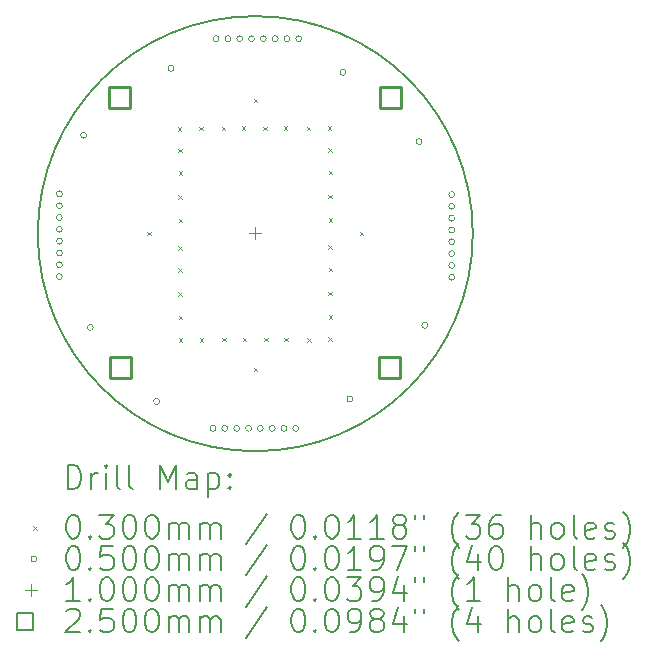
<source format=gbr>
%TF.GenerationSoftware,KiCad,Pcbnew,9.0.2*%
%TF.CreationDate,2025-06-20T10:53:39-04:00*%
%TF.ProjectId,GlassIDC_Mounted_10x15mm,476c6173-7349-4444-935f-4d6f756e7465,rev?*%
%TF.SameCoordinates,Original*%
%TF.FileFunction,Drillmap*%
%TF.FilePolarity,Positive*%
%FSLAX45Y45*%
G04 Gerber Fmt 4.5, Leading zero omitted, Abs format (unit mm)*
G04 Created by KiCad (PCBNEW 9.0.2) date 2025-06-20 10:53:39*
%MOMM*%
%LPD*%
G01*
G04 APERTURE LIST*
%ADD10C,0.177800*%
%ADD11C,0.200000*%
%ADD12C,0.100000*%
%ADD13C,0.250000*%
G04 APERTURE END LIST*
D10*
X16691610Y-10500360D02*
G75*
G02*
X13008610Y-10500360I-1841500J0D01*
G01*
X13008610Y-10500360D02*
G75*
G02*
X16691610Y-10500360I1841500J0D01*
G01*
D11*
D12*
X13935000Y-10485000D02*
X13965000Y-10515000D01*
X13965000Y-10485000D02*
X13935000Y-10515000D01*
X14194144Y-9597842D02*
X14224144Y-9627842D01*
X14224144Y-9597842D02*
X14194144Y-9627842D01*
X14195950Y-9782693D02*
X14225950Y-9812693D01*
X14225950Y-9782693D02*
X14195950Y-9812693D01*
X14196487Y-10793513D02*
X14226487Y-10823513D01*
X14226487Y-10793513D02*
X14196487Y-10823513D01*
X14196517Y-10604638D02*
X14226517Y-10634638D01*
X14226517Y-10604638D02*
X14196517Y-10634638D01*
X14199308Y-10173379D02*
X14229308Y-10203379D01*
X14229308Y-10173379D02*
X14199308Y-10203379D01*
X14199876Y-10995324D02*
X14229876Y-11025324D01*
X14229876Y-10995324D02*
X14199876Y-11025324D01*
X14200344Y-11386943D02*
X14230344Y-11416943D01*
X14230344Y-11386943D02*
X14200344Y-11416943D01*
X14201832Y-10373955D02*
X14231832Y-10403955D01*
X14231832Y-10373955D02*
X14201832Y-10403955D01*
X14202389Y-9972241D02*
X14232389Y-10002241D01*
X14232389Y-9972241D02*
X14202389Y-10002241D01*
X14202400Y-11195900D02*
X14232400Y-11225900D01*
X14232400Y-11195900D02*
X14202400Y-11225900D01*
X14373490Y-9594745D02*
X14403490Y-9624745D01*
X14403490Y-9594745D02*
X14373490Y-9624745D01*
X14380558Y-11386068D02*
X14410558Y-11416068D01*
X14410558Y-11386068D02*
X14380558Y-11416068D01*
X14565072Y-9593479D02*
X14595072Y-9623479D01*
X14595072Y-9593479D02*
X14565072Y-9623479D01*
X14571272Y-11382581D02*
X14601272Y-11412581D01*
X14601272Y-11382581D02*
X14571272Y-11412581D01*
X14736126Y-9592513D02*
X14766126Y-9622513D01*
X14766126Y-9592513D02*
X14736126Y-9622513D01*
X14742326Y-11381614D02*
X14772326Y-11411614D01*
X14772326Y-11381614D02*
X14742326Y-11411614D01*
X14835000Y-11635000D02*
X14865000Y-11665000D01*
X14865000Y-11635000D02*
X14835000Y-11665000D01*
X14836756Y-9356907D02*
X14866756Y-9386907D01*
X14866756Y-9356907D02*
X14836756Y-9386907D01*
X14918151Y-9593290D02*
X14948151Y-9623290D01*
X14948151Y-9593290D02*
X14918151Y-9623290D01*
X14924351Y-11382392D02*
X14954351Y-11412392D01*
X14954351Y-11382392D02*
X14924351Y-11412392D01*
X15089205Y-9592290D02*
X15119205Y-9622290D01*
X15119205Y-9592290D02*
X15089205Y-9622290D01*
X15095405Y-11381392D02*
X15125405Y-11411392D01*
X15125405Y-11381392D02*
X15095405Y-11411392D01*
X15284676Y-9594479D02*
X15314676Y-9624479D01*
X15314676Y-9594479D02*
X15284676Y-9624479D01*
X15290876Y-11383581D02*
X15320876Y-11413581D01*
X15320876Y-11383581D02*
X15290876Y-11413581D01*
X15463594Y-9590547D02*
X15493594Y-9620547D01*
X15493594Y-9590547D02*
X15463594Y-9620547D01*
X15465345Y-9778784D02*
X15495345Y-9808784D01*
X15495345Y-9778784D02*
X15465345Y-9808784D01*
X15465913Y-10600729D02*
X15495913Y-10630729D01*
X15495913Y-10600729D02*
X15465913Y-10630729D01*
X15468703Y-10169469D02*
X15498703Y-10199469D01*
X15498703Y-10169469D02*
X15468703Y-10199469D01*
X15469271Y-10991415D02*
X15499271Y-11021415D01*
X15499271Y-10991415D02*
X15469271Y-11021415D01*
X15469794Y-11379648D02*
X15499794Y-11409648D01*
X15499794Y-11379648D02*
X15469794Y-11409648D01*
X15471227Y-10370045D02*
X15501227Y-10400045D01*
X15501227Y-10370045D02*
X15471227Y-10400045D01*
X15471784Y-9968332D02*
X15501784Y-9998332D01*
X15501784Y-9968332D02*
X15471784Y-9998332D01*
X15471795Y-11191991D02*
X15501795Y-11221991D01*
X15501795Y-11191991D02*
X15471795Y-11221991D01*
X15472352Y-10790277D02*
X15502352Y-10820277D01*
X15502352Y-10790277D02*
X15472352Y-10820277D01*
X15735000Y-10485000D02*
X15765000Y-10515000D01*
X15765000Y-10485000D02*
X15735000Y-10515000D01*
X13216305Y-10363700D02*
G75*
G02*
X13166305Y-10363700I-25000J0D01*
G01*
X13166305Y-10363700D02*
G75*
G02*
X13216305Y-10363700I25000J0D01*
G01*
X13216305Y-10463700D02*
G75*
G02*
X13166305Y-10463700I-25000J0D01*
G01*
X13166305Y-10463700D02*
G75*
G02*
X13216305Y-10463700I25000J0D01*
G01*
X13216305Y-10563700D02*
G75*
G02*
X13166305Y-10563700I-25000J0D01*
G01*
X13166305Y-10563700D02*
G75*
G02*
X13216305Y-10563700I25000J0D01*
G01*
X13216305Y-10663700D02*
G75*
G02*
X13166305Y-10663700I-25000J0D01*
G01*
X13166305Y-10663700D02*
G75*
G02*
X13216305Y-10663700I25000J0D01*
G01*
X13216305Y-10763700D02*
G75*
G02*
X13166305Y-10763700I-25000J0D01*
G01*
X13166305Y-10763700D02*
G75*
G02*
X13216305Y-10763700I25000J0D01*
G01*
X13216305Y-10863700D02*
G75*
G02*
X13166305Y-10863700I-25000J0D01*
G01*
X13166305Y-10863700D02*
G75*
G02*
X13216305Y-10863700I25000J0D01*
G01*
X13216495Y-10163200D02*
G75*
G02*
X13166495Y-10163200I-25000J0D01*
G01*
X13166495Y-10163200D02*
G75*
G02*
X13216495Y-10163200I25000J0D01*
G01*
X13216495Y-10263700D02*
G75*
G02*
X13166495Y-10263700I-25000J0D01*
G01*
X13166495Y-10263700D02*
G75*
G02*
X13216495Y-10263700I25000J0D01*
G01*
X13421089Y-9667910D02*
G75*
G02*
X13371089Y-9667910I-25000J0D01*
G01*
X13371089Y-9667910D02*
G75*
G02*
X13421089Y-9667910I25000J0D01*
G01*
X13478866Y-11294544D02*
G75*
G02*
X13428866Y-11294544I-25000J0D01*
G01*
X13428866Y-11294544D02*
G75*
G02*
X13478866Y-11294544I25000J0D01*
G01*
X14038855Y-11921198D02*
G75*
G02*
X13988855Y-11921198I-25000J0D01*
G01*
X13988855Y-11921198D02*
G75*
G02*
X14038855Y-11921198I25000J0D01*
G01*
X14161667Y-9101120D02*
G75*
G02*
X14111667Y-9101120I-25000J0D01*
G01*
X14111667Y-9101120D02*
G75*
G02*
X14161667Y-9101120I25000J0D01*
G01*
X14517190Y-12149150D02*
G75*
G02*
X14467190Y-12149150I-25000J0D01*
G01*
X14467190Y-12149150D02*
G75*
G02*
X14517190Y-12149150I25000J0D01*
G01*
X14543310Y-8849660D02*
G75*
G02*
X14493310Y-8849660I-25000J0D01*
G01*
X14493310Y-8849660D02*
G75*
G02*
X14543310Y-8849660I25000J0D01*
G01*
X14617690Y-12149150D02*
G75*
G02*
X14567690Y-12149150I-25000J0D01*
G01*
X14567690Y-12149150D02*
G75*
G02*
X14617690Y-12149150I25000J0D01*
G01*
X14643310Y-8849660D02*
G75*
G02*
X14593310Y-8849660I-25000J0D01*
G01*
X14593310Y-8849660D02*
G75*
G02*
X14643310Y-8849660I25000J0D01*
G01*
X14717690Y-12149340D02*
G75*
G02*
X14667690Y-12149340I-25000J0D01*
G01*
X14667690Y-12149340D02*
G75*
G02*
X14717690Y-12149340I25000J0D01*
G01*
X14743310Y-8849660D02*
G75*
G02*
X14693310Y-8849660I-25000J0D01*
G01*
X14693310Y-8849660D02*
G75*
G02*
X14743310Y-8849660I25000J0D01*
G01*
X14817690Y-12149340D02*
G75*
G02*
X14767690Y-12149340I-25000J0D01*
G01*
X14767690Y-12149340D02*
G75*
G02*
X14817690Y-12149340I25000J0D01*
G01*
X14843310Y-8849660D02*
G75*
G02*
X14793310Y-8849660I-25000J0D01*
G01*
X14793310Y-8849660D02*
G75*
G02*
X14843310Y-8849660I25000J0D01*
G01*
X14917690Y-12149340D02*
G75*
G02*
X14867690Y-12149340I-25000J0D01*
G01*
X14867690Y-12149340D02*
G75*
G02*
X14917690Y-12149340I25000J0D01*
G01*
X14943310Y-8849660D02*
G75*
G02*
X14893310Y-8849660I-25000J0D01*
G01*
X14893310Y-8849660D02*
G75*
G02*
X14943310Y-8849660I25000J0D01*
G01*
X15017690Y-12149340D02*
G75*
G02*
X14967690Y-12149340I-25000J0D01*
G01*
X14967690Y-12149340D02*
G75*
G02*
X15017690Y-12149340I25000J0D01*
G01*
X15043310Y-8849660D02*
G75*
G02*
X14993310Y-8849660I-25000J0D01*
G01*
X14993310Y-8849660D02*
G75*
G02*
X15043310Y-8849660I25000J0D01*
G01*
X15117690Y-12149340D02*
G75*
G02*
X15067690Y-12149340I-25000J0D01*
G01*
X15067690Y-12149340D02*
G75*
G02*
X15117690Y-12149340I25000J0D01*
G01*
X15143310Y-8849850D02*
G75*
G02*
X15093310Y-8849850I-25000J0D01*
G01*
X15093310Y-8849850D02*
G75*
G02*
X15143310Y-8849850I25000J0D01*
G01*
X15217690Y-12149340D02*
G75*
G02*
X15167690Y-12149340I-25000J0D01*
G01*
X15167690Y-12149340D02*
G75*
G02*
X15217690Y-12149340I25000J0D01*
G01*
X15243310Y-8849850D02*
G75*
G02*
X15193310Y-8849850I-25000J0D01*
G01*
X15193310Y-8849850D02*
G75*
G02*
X15243310Y-8849850I25000J0D01*
G01*
X15617243Y-9134459D02*
G75*
G02*
X15567243Y-9134459I-25000J0D01*
G01*
X15567243Y-9134459D02*
G75*
G02*
X15617243Y-9134459I25000J0D01*
G01*
X15675000Y-11900000D02*
G75*
G02*
X15625000Y-11900000I-25000J0D01*
G01*
X15625000Y-11900000D02*
G75*
G02*
X15675000Y-11900000I25000J0D01*
G01*
X16261675Y-9721114D02*
G75*
G02*
X16211675Y-9721114I-25000J0D01*
G01*
X16211675Y-9721114D02*
G75*
G02*
X16261675Y-9721114I25000J0D01*
G01*
X16310563Y-11276638D02*
G75*
G02*
X16260563Y-11276638I-25000J0D01*
G01*
X16260563Y-11276638D02*
G75*
G02*
X16310563Y-11276638I25000J0D01*
G01*
X16538000Y-10769000D02*
G75*
G02*
X16488000Y-10769000I-25000J0D01*
G01*
X16488000Y-10769000D02*
G75*
G02*
X16538000Y-10769000I25000J0D01*
G01*
X16538000Y-10869500D02*
G75*
G02*
X16488000Y-10869500I-25000J0D01*
G01*
X16488000Y-10869500D02*
G75*
G02*
X16538000Y-10869500I25000J0D01*
G01*
X16538190Y-10169000D02*
G75*
G02*
X16488190Y-10169000I-25000J0D01*
G01*
X16488190Y-10169000D02*
G75*
G02*
X16538190Y-10169000I25000J0D01*
G01*
X16538190Y-10269000D02*
G75*
G02*
X16488190Y-10269000I-25000J0D01*
G01*
X16488190Y-10269000D02*
G75*
G02*
X16538190Y-10269000I25000J0D01*
G01*
X16538190Y-10369000D02*
G75*
G02*
X16488190Y-10369000I-25000J0D01*
G01*
X16488190Y-10369000D02*
G75*
G02*
X16538190Y-10369000I25000J0D01*
G01*
X16538190Y-10469000D02*
G75*
G02*
X16488190Y-10469000I-25000J0D01*
G01*
X16488190Y-10469000D02*
G75*
G02*
X16538190Y-10469000I25000J0D01*
G01*
X16538190Y-10569000D02*
G75*
G02*
X16488190Y-10569000I-25000J0D01*
G01*
X16488190Y-10569000D02*
G75*
G02*
X16538190Y-10569000I25000J0D01*
G01*
X16538190Y-10669000D02*
G75*
G02*
X16488190Y-10669000I-25000J0D01*
G01*
X16488190Y-10669000D02*
G75*
G02*
X16538190Y-10669000I25000J0D01*
G01*
X14846000Y-10445000D02*
X14846000Y-10545000D01*
X14796000Y-10495000D02*
X14896000Y-10495000D01*
D13*
X13789571Y-9434171D02*
X13789571Y-9257393D01*
X13612792Y-9257393D01*
X13612792Y-9434171D01*
X13789571Y-9434171D01*
X13796544Y-11720862D02*
X13796544Y-11544083D01*
X13619765Y-11544083D01*
X13619765Y-11720862D01*
X13796544Y-11720862D01*
X16075153Y-11722680D02*
X16075153Y-11545902D01*
X15898374Y-11545902D01*
X15898374Y-11722680D01*
X16075153Y-11722680D01*
X16079534Y-9434589D02*
X16079534Y-9257811D01*
X15902756Y-9257811D01*
X15902756Y-9434589D01*
X16079534Y-9434589D01*
D11*
X13260497Y-12662234D02*
X13260497Y-12462234D01*
X13260497Y-12462234D02*
X13308116Y-12462234D01*
X13308116Y-12462234D02*
X13336687Y-12471758D01*
X13336687Y-12471758D02*
X13355735Y-12490805D01*
X13355735Y-12490805D02*
X13365259Y-12509853D01*
X13365259Y-12509853D02*
X13374782Y-12547948D01*
X13374782Y-12547948D02*
X13374782Y-12576519D01*
X13374782Y-12576519D02*
X13365259Y-12614615D01*
X13365259Y-12614615D02*
X13355735Y-12633662D01*
X13355735Y-12633662D02*
X13336687Y-12652710D01*
X13336687Y-12652710D02*
X13308116Y-12662234D01*
X13308116Y-12662234D02*
X13260497Y-12662234D01*
X13460497Y-12662234D02*
X13460497Y-12528900D01*
X13460497Y-12566996D02*
X13470021Y-12547948D01*
X13470021Y-12547948D02*
X13479544Y-12538424D01*
X13479544Y-12538424D02*
X13498592Y-12528900D01*
X13498592Y-12528900D02*
X13517640Y-12528900D01*
X13584306Y-12662234D02*
X13584306Y-12528900D01*
X13584306Y-12462234D02*
X13574782Y-12471758D01*
X13574782Y-12471758D02*
X13584306Y-12481281D01*
X13584306Y-12481281D02*
X13593830Y-12471758D01*
X13593830Y-12471758D02*
X13584306Y-12462234D01*
X13584306Y-12462234D02*
X13584306Y-12481281D01*
X13708116Y-12662234D02*
X13689068Y-12652710D01*
X13689068Y-12652710D02*
X13679544Y-12633662D01*
X13679544Y-12633662D02*
X13679544Y-12462234D01*
X13812878Y-12662234D02*
X13793830Y-12652710D01*
X13793830Y-12652710D02*
X13784306Y-12633662D01*
X13784306Y-12633662D02*
X13784306Y-12462234D01*
X14041449Y-12662234D02*
X14041449Y-12462234D01*
X14041449Y-12462234D02*
X14108116Y-12605091D01*
X14108116Y-12605091D02*
X14174782Y-12462234D01*
X14174782Y-12462234D02*
X14174782Y-12662234D01*
X14355735Y-12662234D02*
X14355735Y-12557472D01*
X14355735Y-12557472D02*
X14346211Y-12538424D01*
X14346211Y-12538424D02*
X14327163Y-12528900D01*
X14327163Y-12528900D02*
X14289068Y-12528900D01*
X14289068Y-12528900D02*
X14270021Y-12538424D01*
X14355735Y-12652710D02*
X14336687Y-12662234D01*
X14336687Y-12662234D02*
X14289068Y-12662234D01*
X14289068Y-12662234D02*
X14270021Y-12652710D01*
X14270021Y-12652710D02*
X14260497Y-12633662D01*
X14260497Y-12633662D02*
X14260497Y-12614615D01*
X14260497Y-12614615D02*
X14270021Y-12595567D01*
X14270021Y-12595567D02*
X14289068Y-12586043D01*
X14289068Y-12586043D02*
X14336687Y-12586043D01*
X14336687Y-12586043D02*
X14355735Y-12576519D01*
X14450973Y-12528900D02*
X14450973Y-12728900D01*
X14450973Y-12538424D02*
X14470021Y-12528900D01*
X14470021Y-12528900D02*
X14508116Y-12528900D01*
X14508116Y-12528900D02*
X14527163Y-12538424D01*
X14527163Y-12538424D02*
X14536687Y-12547948D01*
X14536687Y-12547948D02*
X14546211Y-12566996D01*
X14546211Y-12566996D02*
X14546211Y-12624138D01*
X14546211Y-12624138D02*
X14536687Y-12643186D01*
X14536687Y-12643186D02*
X14527163Y-12652710D01*
X14527163Y-12652710D02*
X14508116Y-12662234D01*
X14508116Y-12662234D02*
X14470021Y-12662234D01*
X14470021Y-12662234D02*
X14450973Y-12652710D01*
X14631925Y-12643186D02*
X14641449Y-12652710D01*
X14641449Y-12652710D02*
X14631925Y-12662234D01*
X14631925Y-12662234D02*
X14622402Y-12652710D01*
X14622402Y-12652710D02*
X14631925Y-12643186D01*
X14631925Y-12643186D02*
X14631925Y-12662234D01*
X14631925Y-12538424D02*
X14641449Y-12547948D01*
X14641449Y-12547948D02*
X14631925Y-12557472D01*
X14631925Y-12557472D02*
X14622402Y-12547948D01*
X14622402Y-12547948D02*
X14631925Y-12538424D01*
X14631925Y-12538424D02*
X14631925Y-12557472D01*
D12*
X12969720Y-12975750D02*
X12999720Y-13005750D01*
X12999720Y-12975750D02*
X12969720Y-13005750D01*
D11*
X13298592Y-12882234D02*
X13317640Y-12882234D01*
X13317640Y-12882234D02*
X13336687Y-12891758D01*
X13336687Y-12891758D02*
X13346211Y-12901281D01*
X13346211Y-12901281D02*
X13355735Y-12920329D01*
X13355735Y-12920329D02*
X13365259Y-12958424D01*
X13365259Y-12958424D02*
X13365259Y-13006043D01*
X13365259Y-13006043D02*
X13355735Y-13044138D01*
X13355735Y-13044138D02*
X13346211Y-13063186D01*
X13346211Y-13063186D02*
X13336687Y-13072710D01*
X13336687Y-13072710D02*
X13317640Y-13082234D01*
X13317640Y-13082234D02*
X13298592Y-13082234D01*
X13298592Y-13082234D02*
X13279544Y-13072710D01*
X13279544Y-13072710D02*
X13270021Y-13063186D01*
X13270021Y-13063186D02*
X13260497Y-13044138D01*
X13260497Y-13044138D02*
X13250973Y-13006043D01*
X13250973Y-13006043D02*
X13250973Y-12958424D01*
X13250973Y-12958424D02*
X13260497Y-12920329D01*
X13260497Y-12920329D02*
X13270021Y-12901281D01*
X13270021Y-12901281D02*
X13279544Y-12891758D01*
X13279544Y-12891758D02*
X13298592Y-12882234D01*
X13450973Y-13063186D02*
X13460497Y-13072710D01*
X13460497Y-13072710D02*
X13450973Y-13082234D01*
X13450973Y-13082234D02*
X13441449Y-13072710D01*
X13441449Y-13072710D02*
X13450973Y-13063186D01*
X13450973Y-13063186D02*
X13450973Y-13082234D01*
X13527163Y-12882234D02*
X13650973Y-12882234D01*
X13650973Y-12882234D02*
X13584306Y-12958424D01*
X13584306Y-12958424D02*
X13612878Y-12958424D01*
X13612878Y-12958424D02*
X13631925Y-12967948D01*
X13631925Y-12967948D02*
X13641449Y-12977472D01*
X13641449Y-12977472D02*
X13650973Y-12996519D01*
X13650973Y-12996519D02*
X13650973Y-13044138D01*
X13650973Y-13044138D02*
X13641449Y-13063186D01*
X13641449Y-13063186D02*
X13631925Y-13072710D01*
X13631925Y-13072710D02*
X13612878Y-13082234D01*
X13612878Y-13082234D02*
X13555735Y-13082234D01*
X13555735Y-13082234D02*
X13536687Y-13072710D01*
X13536687Y-13072710D02*
X13527163Y-13063186D01*
X13774782Y-12882234D02*
X13793830Y-12882234D01*
X13793830Y-12882234D02*
X13812878Y-12891758D01*
X13812878Y-12891758D02*
X13822402Y-12901281D01*
X13822402Y-12901281D02*
X13831925Y-12920329D01*
X13831925Y-12920329D02*
X13841449Y-12958424D01*
X13841449Y-12958424D02*
X13841449Y-13006043D01*
X13841449Y-13006043D02*
X13831925Y-13044138D01*
X13831925Y-13044138D02*
X13822402Y-13063186D01*
X13822402Y-13063186D02*
X13812878Y-13072710D01*
X13812878Y-13072710D02*
X13793830Y-13082234D01*
X13793830Y-13082234D02*
X13774782Y-13082234D01*
X13774782Y-13082234D02*
X13755735Y-13072710D01*
X13755735Y-13072710D02*
X13746211Y-13063186D01*
X13746211Y-13063186D02*
X13736687Y-13044138D01*
X13736687Y-13044138D02*
X13727163Y-13006043D01*
X13727163Y-13006043D02*
X13727163Y-12958424D01*
X13727163Y-12958424D02*
X13736687Y-12920329D01*
X13736687Y-12920329D02*
X13746211Y-12901281D01*
X13746211Y-12901281D02*
X13755735Y-12891758D01*
X13755735Y-12891758D02*
X13774782Y-12882234D01*
X13965259Y-12882234D02*
X13984306Y-12882234D01*
X13984306Y-12882234D02*
X14003354Y-12891758D01*
X14003354Y-12891758D02*
X14012878Y-12901281D01*
X14012878Y-12901281D02*
X14022402Y-12920329D01*
X14022402Y-12920329D02*
X14031925Y-12958424D01*
X14031925Y-12958424D02*
X14031925Y-13006043D01*
X14031925Y-13006043D02*
X14022402Y-13044138D01*
X14022402Y-13044138D02*
X14012878Y-13063186D01*
X14012878Y-13063186D02*
X14003354Y-13072710D01*
X14003354Y-13072710D02*
X13984306Y-13082234D01*
X13984306Y-13082234D02*
X13965259Y-13082234D01*
X13965259Y-13082234D02*
X13946211Y-13072710D01*
X13946211Y-13072710D02*
X13936687Y-13063186D01*
X13936687Y-13063186D02*
X13927163Y-13044138D01*
X13927163Y-13044138D02*
X13917640Y-13006043D01*
X13917640Y-13006043D02*
X13917640Y-12958424D01*
X13917640Y-12958424D02*
X13927163Y-12920329D01*
X13927163Y-12920329D02*
X13936687Y-12901281D01*
X13936687Y-12901281D02*
X13946211Y-12891758D01*
X13946211Y-12891758D02*
X13965259Y-12882234D01*
X14117640Y-13082234D02*
X14117640Y-12948900D01*
X14117640Y-12967948D02*
X14127163Y-12958424D01*
X14127163Y-12958424D02*
X14146211Y-12948900D01*
X14146211Y-12948900D02*
X14174783Y-12948900D01*
X14174783Y-12948900D02*
X14193830Y-12958424D01*
X14193830Y-12958424D02*
X14203354Y-12977472D01*
X14203354Y-12977472D02*
X14203354Y-13082234D01*
X14203354Y-12977472D02*
X14212878Y-12958424D01*
X14212878Y-12958424D02*
X14231925Y-12948900D01*
X14231925Y-12948900D02*
X14260497Y-12948900D01*
X14260497Y-12948900D02*
X14279544Y-12958424D01*
X14279544Y-12958424D02*
X14289068Y-12977472D01*
X14289068Y-12977472D02*
X14289068Y-13082234D01*
X14384306Y-13082234D02*
X14384306Y-12948900D01*
X14384306Y-12967948D02*
X14393830Y-12958424D01*
X14393830Y-12958424D02*
X14412878Y-12948900D01*
X14412878Y-12948900D02*
X14441449Y-12948900D01*
X14441449Y-12948900D02*
X14460497Y-12958424D01*
X14460497Y-12958424D02*
X14470021Y-12977472D01*
X14470021Y-12977472D02*
X14470021Y-13082234D01*
X14470021Y-12977472D02*
X14479544Y-12958424D01*
X14479544Y-12958424D02*
X14498592Y-12948900D01*
X14498592Y-12948900D02*
X14527163Y-12948900D01*
X14527163Y-12948900D02*
X14546211Y-12958424D01*
X14546211Y-12958424D02*
X14555735Y-12977472D01*
X14555735Y-12977472D02*
X14555735Y-13082234D01*
X14946211Y-12872710D02*
X14774783Y-13129853D01*
X15203354Y-12882234D02*
X15222402Y-12882234D01*
X15222402Y-12882234D02*
X15241449Y-12891758D01*
X15241449Y-12891758D02*
X15250973Y-12901281D01*
X15250973Y-12901281D02*
X15260497Y-12920329D01*
X15260497Y-12920329D02*
X15270021Y-12958424D01*
X15270021Y-12958424D02*
X15270021Y-13006043D01*
X15270021Y-13006043D02*
X15260497Y-13044138D01*
X15260497Y-13044138D02*
X15250973Y-13063186D01*
X15250973Y-13063186D02*
X15241449Y-13072710D01*
X15241449Y-13072710D02*
X15222402Y-13082234D01*
X15222402Y-13082234D02*
X15203354Y-13082234D01*
X15203354Y-13082234D02*
X15184306Y-13072710D01*
X15184306Y-13072710D02*
X15174783Y-13063186D01*
X15174783Y-13063186D02*
X15165259Y-13044138D01*
X15165259Y-13044138D02*
X15155735Y-13006043D01*
X15155735Y-13006043D02*
X15155735Y-12958424D01*
X15155735Y-12958424D02*
X15165259Y-12920329D01*
X15165259Y-12920329D02*
X15174783Y-12901281D01*
X15174783Y-12901281D02*
X15184306Y-12891758D01*
X15184306Y-12891758D02*
X15203354Y-12882234D01*
X15355735Y-13063186D02*
X15365259Y-13072710D01*
X15365259Y-13072710D02*
X15355735Y-13082234D01*
X15355735Y-13082234D02*
X15346211Y-13072710D01*
X15346211Y-13072710D02*
X15355735Y-13063186D01*
X15355735Y-13063186D02*
X15355735Y-13082234D01*
X15489068Y-12882234D02*
X15508116Y-12882234D01*
X15508116Y-12882234D02*
X15527164Y-12891758D01*
X15527164Y-12891758D02*
X15536687Y-12901281D01*
X15536687Y-12901281D02*
X15546211Y-12920329D01*
X15546211Y-12920329D02*
X15555735Y-12958424D01*
X15555735Y-12958424D02*
X15555735Y-13006043D01*
X15555735Y-13006043D02*
X15546211Y-13044138D01*
X15546211Y-13044138D02*
X15536687Y-13063186D01*
X15536687Y-13063186D02*
X15527164Y-13072710D01*
X15527164Y-13072710D02*
X15508116Y-13082234D01*
X15508116Y-13082234D02*
X15489068Y-13082234D01*
X15489068Y-13082234D02*
X15470021Y-13072710D01*
X15470021Y-13072710D02*
X15460497Y-13063186D01*
X15460497Y-13063186D02*
X15450973Y-13044138D01*
X15450973Y-13044138D02*
X15441449Y-13006043D01*
X15441449Y-13006043D02*
X15441449Y-12958424D01*
X15441449Y-12958424D02*
X15450973Y-12920329D01*
X15450973Y-12920329D02*
X15460497Y-12901281D01*
X15460497Y-12901281D02*
X15470021Y-12891758D01*
X15470021Y-12891758D02*
X15489068Y-12882234D01*
X15746211Y-13082234D02*
X15631926Y-13082234D01*
X15689068Y-13082234D02*
X15689068Y-12882234D01*
X15689068Y-12882234D02*
X15670021Y-12910805D01*
X15670021Y-12910805D02*
X15650973Y-12929853D01*
X15650973Y-12929853D02*
X15631926Y-12939377D01*
X15936687Y-13082234D02*
X15822402Y-13082234D01*
X15879545Y-13082234D02*
X15879545Y-12882234D01*
X15879545Y-12882234D02*
X15860497Y-12910805D01*
X15860497Y-12910805D02*
X15841449Y-12929853D01*
X15841449Y-12929853D02*
X15822402Y-12939377D01*
X16050973Y-12967948D02*
X16031926Y-12958424D01*
X16031926Y-12958424D02*
X16022402Y-12948900D01*
X16022402Y-12948900D02*
X16012878Y-12929853D01*
X16012878Y-12929853D02*
X16012878Y-12920329D01*
X16012878Y-12920329D02*
X16022402Y-12901281D01*
X16022402Y-12901281D02*
X16031926Y-12891758D01*
X16031926Y-12891758D02*
X16050973Y-12882234D01*
X16050973Y-12882234D02*
X16089068Y-12882234D01*
X16089068Y-12882234D02*
X16108116Y-12891758D01*
X16108116Y-12891758D02*
X16117640Y-12901281D01*
X16117640Y-12901281D02*
X16127164Y-12920329D01*
X16127164Y-12920329D02*
X16127164Y-12929853D01*
X16127164Y-12929853D02*
X16117640Y-12948900D01*
X16117640Y-12948900D02*
X16108116Y-12958424D01*
X16108116Y-12958424D02*
X16089068Y-12967948D01*
X16089068Y-12967948D02*
X16050973Y-12967948D01*
X16050973Y-12967948D02*
X16031926Y-12977472D01*
X16031926Y-12977472D02*
X16022402Y-12986996D01*
X16022402Y-12986996D02*
X16012878Y-13006043D01*
X16012878Y-13006043D02*
X16012878Y-13044138D01*
X16012878Y-13044138D02*
X16022402Y-13063186D01*
X16022402Y-13063186D02*
X16031926Y-13072710D01*
X16031926Y-13072710D02*
X16050973Y-13082234D01*
X16050973Y-13082234D02*
X16089068Y-13082234D01*
X16089068Y-13082234D02*
X16108116Y-13072710D01*
X16108116Y-13072710D02*
X16117640Y-13063186D01*
X16117640Y-13063186D02*
X16127164Y-13044138D01*
X16127164Y-13044138D02*
X16127164Y-13006043D01*
X16127164Y-13006043D02*
X16117640Y-12986996D01*
X16117640Y-12986996D02*
X16108116Y-12977472D01*
X16108116Y-12977472D02*
X16089068Y-12967948D01*
X16203354Y-12882234D02*
X16203354Y-12920329D01*
X16279545Y-12882234D02*
X16279545Y-12920329D01*
X16574783Y-13158424D02*
X16565259Y-13148900D01*
X16565259Y-13148900D02*
X16546211Y-13120329D01*
X16546211Y-13120329D02*
X16536688Y-13101281D01*
X16536688Y-13101281D02*
X16527164Y-13072710D01*
X16527164Y-13072710D02*
X16517640Y-13025091D01*
X16517640Y-13025091D02*
X16517640Y-12986996D01*
X16517640Y-12986996D02*
X16527164Y-12939377D01*
X16527164Y-12939377D02*
X16536688Y-12910805D01*
X16536688Y-12910805D02*
X16546211Y-12891758D01*
X16546211Y-12891758D02*
X16565259Y-12863186D01*
X16565259Y-12863186D02*
X16574783Y-12853662D01*
X16631926Y-12882234D02*
X16755735Y-12882234D01*
X16755735Y-12882234D02*
X16689068Y-12958424D01*
X16689068Y-12958424D02*
X16717640Y-12958424D01*
X16717640Y-12958424D02*
X16736688Y-12967948D01*
X16736688Y-12967948D02*
X16746211Y-12977472D01*
X16746211Y-12977472D02*
X16755735Y-12996519D01*
X16755735Y-12996519D02*
X16755735Y-13044138D01*
X16755735Y-13044138D02*
X16746211Y-13063186D01*
X16746211Y-13063186D02*
X16736688Y-13072710D01*
X16736688Y-13072710D02*
X16717640Y-13082234D01*
X16717640Y-13082234D02*
X16660497Y-13082234D01*
X16660497Y-13082234D02*
X16641449Y-13072710D01*
X16641449Y-13072710D02*
X16631926Y-13063186D01*
X16927164Y-12882234D02*
X16889069Y-12882234D01*
X16889069Y-12882234D02*
X16870021Y-12891758D01*
X16870021Y-12891758D02*
X16860497Y-12901281D01*
X16860497Y-12901281D02*
X16841450Y-12929853D01*
X16841450Y-12929853D02*
X16831926Y-12967948D01*
X16831926Y-12967948D02*
X16831926Y-13044138D01*
X16831926Y-13044138D02*
X16841450Y-13063186D01*
X16841450Y-13063186D02*
X16850973Y-13072710D01*
X16850973Y-13072710D02*
X16870021Y-13082234D01*
X16870021Y-13082234D02*
X16908116Y-13082234D01*
X16908116Y-13082234D02*
X16927164Y-13072710D01*
X16927164Y-13072710D02*
X16936688Y-13063186D01*
X16936688Y-13063186D02*
X16946211Y-13044138D01*
X16946211Y-13044138D02*
X16946211Y-12996519D01*
X16946211Y-12996519D02*
X16936688Y-12977472D01*
X16936688Y-12977472D02*
X16927164Y-12967948D01*
X16927164Y-12967948D02*
X16908116Y-12958424D01*
X16908116Y-12958424D02*
X16870021Y-12958424D01*
X16870021Y-12958424D02*
X16850973Y-12967948D01*
X16850973Y-12967948D02*
X16841450Y-12977472D01*
X16841450Y-12977472D02*
X16831926Y-12996519D01*
X17184307Y-13082234D02*
X17184307Y-12882234D01*
X17270021Y-13082234D02*
X17270021Y-12977472D01*
X17270021Y-12977472D02*
X17260497Y-12958424D01*
X17260497Y-12958424D02*
X17241450Y-12948900D01*
X17241450Y-12948900D02*
X17212878Y-12948900D01*
X17212878Y-12948900D02*
X17193831Y-12958424D01*
X17193831Y-12958424D02*
X17184307Y-12967948D01*
X17393831Y-13082234D02*
X17374783Y-13072710D01*
X17374783Y-13072710D02*
X17365259Y-13063186D01*
X17365259Y-13063186D02*
X17355735Y-13044138D01*
X17355735Y-13044138D02*
X17355735Y-12986996D01*
X17355735Y-12986996D02*
X17365259Y-12967948D01*
X17365259Y-12967948D02*
X17374783Y-12958424D01*
X17374783Y-12958424D02*
X17393831Y-12948900D01*
X17393831Y-12948900D02*
X17422402Y-12948900D01*
X17422402Y-12948900D02*
X17441450Y-12958424D01*
X17441450Y-12958424D02*
X17450973Y-12967948D01*
X17450973Y-12967948D02*
X17460497Y-12986996D01*
X17460497Y-12986996D02*
X17460497Y-13044138D01*
X17460497Y-13044138D02*
X17450973Y-13063186D01*
X17450973Y-13063186D02*
X17441450Y-13072710D01*
X17441450Y-13072710D02*
X17422402Y-13082234D01*
X17422402Y-13082234D02*
X17393831Y-13082234D01*
X17574783Y-13082234D02*
X17555735Y-13072710D01*
X17555735Y-13072710D02*
X17546212Y-13053662D01*
X17546212Y-13053662D02*
X17546212Y-12882234D01*
X17727164Y-13072710D02*
X17708116Y-13082234D01*
X17708116Y-13082234D02*
X17670021Y-13082234D01*
X17670021Y-13082234D02*
X17650973Y-13072710D01*
X17650973Y-13072710D02*
X17641450Y-13053662D01*
X17641450Y-13053662D02*
X17641450Y-12977472D01*
X17641450Y-12977472D02*
X17650973Y-12958424D01*
X17650973Y-12958424D02*
X17670021Y-12948900D01*
X17670021Y-12948900D02*
X17708116Y-12948900D01*
X17708116Y-12948900D02*
X17727164Y-12958424D01*
X17727164Y-12958424D02*
X17736688Y-12977472D01*
X17736688Y-12977472D02*
X17736688Y-12996519D01*
X17736688Y-12996519D02*
X17641450Y-13015567D01*
X17812878Y-13072710D02*
X17831926Y-13082234D01*
X17831926Y-13082234D02*
X17870021Y-13082234D01*
X17870021Y-13082234D02*
X17889069Y-13072710D01*
X17889069Y-13072710D02*
X17898593Y-13053662D01*
X17898593Y-13053662D02*
X17898593Y-13044138D01*
X17898593Y-13044138D02*
X17889069Y-13025091D01*
X17889069Y-13025091D02*
X17870021Y-13015567D01*
X17870021Y-13015567D02*
X17841450Y-13015567D01*
X17841450Y-13015567D02*
X17822402Y-13006043D01*
X17822402Y-13006043D02*
X17812878Y-12986996D01*
X17812878Y-12986996D02*
X17812878Y-12977472D01*
X17812878Y-12977472D02*
X17822402Y-12958424D01*
X17822402Y-12958424D02*
X17841450Y-12948900D01*
X17841450Y-12948900D02*
X17870021Y-12948900D01*
X17870021Y-12948900D02*
X17889069Y-12958424D01*
X17965259Y-13158424D02*
X17974783Y-13148900D01*
X17974783Y-13148900D02*
X17993831Y-13120329D01*
X17993831Y-13120329D02*
X18003354Y-13101281D01*
X18003354Y-13101281D02*
X18012878Y-13072710D01*
X18012878Y-13072710D02*
X18022402Y-13025091D01*
X18022402Y-13025091D02*
X18022402Y-12986996D01*
X18022402Y-12986996D02*
X18012878Y-12939377D01*
X18012878Y-12939377D02*
X18003354Y-12910805D01*
X18003354Y-12910805D02*
X17993831Y-12891758D01*
X17993831Y-12891758D02*
X17974783Y-12863186D01*
X17974783Y-12863186D02*
X17965259Y-12853662D01*
D12*
X12999720Y-13254750D02*
G75*
G02*
X12949720Y-13254750I-25000J0D01*
G01*
X12949720Y-13254750D02*
G75*
G02*
X12999720Y-13254750I25000J0D01*
G01*
D11*
X13298592Y-13146234D02*
X13317640Y-13146234D01*
X13317640Y-13146234D02*
X13336687Y-13155758D01*
X13336687Y-13155758D02*
X13346211Y-13165281D01*
X13346211Y-13165281D02*
X13355735Y-13184329D01*
X13355735Y-13184329D02*
X13365259Y-13222424D01*
X13365259Y-13222424D02*
X13365259Y-13270043D01*
X13365259Y-13270043D02*
X13355735Y-13308138D01*
X13355735Y-13308138D02*
X13346211Y-13327186D01*
X13346211Y-13327186D02*
X13336687Y-13336710D01*
X13336687Y-13336710D02*
X13317640Y-13346234D01*
X13317640Y-13346234D02*
X13298592Y-13346234D01*
X13298592Y-13346234D02*
X13279544Y-13336710D01*
X13279544Y-13336710D02*
X13270021Y-13327186D01*
X13270021Y-13327186D02*
X13260497Y-13308138D01*
X13260497Y-13308138D02*
X13250973Y-13270043D01*
X13250973Y-13270043D02*
X13250973Y-13222424D01*
X13250973Y-13222424D02*
X13260497Y-13184329D01*
X13260497Y-13184329D02*
X13270021Y-13165281D01*
X13270021Y-13165281D02*
X13279544Y-13155758D01*
X13279544Y-13155758D02*
X13298592Y-13146234D01*
X13450973Y-13327186D02*
X13460497Y-13336710D01*
X13460497Y-13336710D02*
X13450973Y-13346234D01*
X13450973Y-13346234D02*
X13441449Y-13336710D01*
X13441449Y-13336710D02*
X13450973Y-13327186D01*
X13450973Y-13327186D02*
X13450973Y-13346234D01*
X13641449Y-13146234D02*
X13546211Y-13146234D01*
X13546211Y-13146234D02*
X13536687Y-13241472D01*
X13536687Y-13241472D02*
X13546211Y-13231948D01*
X13546211Y-13231948D02*
X13565259Y-13222424D01*
X13565259Y-13222424D02*
X13612878Y-13222424D01*
X13612878Y-13222424D02*
X13631925Y-13231948D01*
X13631925Y-13231948D02*
X13641449Y-13241472D01*
X13641449Y-13241472D02*
X13650973Y-13260519D01*
X13650973Y-13260519D02*
X13650973Y-13308138D01*
X13650973Y-13308138D02*
X13641449Y-13327186D01*
X13641449Y-13327186D02*
X13631925Y-13336710D01*
X13631925Y-13336710D02*
X13612878Y-13346234D01*
X13612878Y-13346234D02*
X13565259Y-13346234D01*
X13565259Y-13346234D02*
X13546211Y-13336710D01*
X13546211Y-13336710D02*
X13536687Y-13327186D01*
X13774782Y-13146234D02*
X13793830Y-13146234D01*
X13793830Y-13146234D02*
X13812878Y-13155758D01*
X13812878Y-13155758D02*
X13822402Y-13165281D01*
X13822402Y-13165281D02*
X13831925Y-13184329D01*
X13831925Y-13184329D02*
X13841449Y-13222424D01*
X13841449Y-13222424D02*
X13841449Y-13270043D01*
X13841449Y-13270043D02*
X13831925Y-13308138D01*
X13831925Y-13308138D02*
X13822402Y-13327186D01*
X13822402Y-13327186D02*
X13812878Y-13336710D01*
X13812878Y-13336710D02*
X13793830Y-13346234D01*
X13793830Y-13346234D02*
X13774782Y-13346234D01*
X13774782Y-13346234D02*
X13755735Y-13336710D01*
X13755735Y-13336710D02*
X13746211Y-13327186D01*
X13746211Y-13327186D02*
X13736687Y-13308138D01*
X13736687Y-13308138D02*
X13727163Y-13270043D01*
X13727163Y-13270043D02*
X13727163Y-13222424D01*
X13727163Y-13222424D02*
X13736687Y-13184329D01*
X13736687Y-13184329D02*
X13746211Y-13165281D01*
X13746211Y-13165281D02*
X13755735Y-13155758D01*
X13755735Y-13155758D02*
X13774782Y-13146234D01*
X13965259Y-13146234D02*
X13984306Y-13146234D01*
X13984306Y-13146234D02*
X14003354Y-13155758D01*
X14003354Y-13155758D02*
X14012878Y-13165281D01*
X14012878Y-13165281D02*
X14022402Y-13184329D01*
X14022402Y-13184329D02*
X14031925Y-13222424D01*
X14031925Y-13222424D02*
X14031925Y-13270043D01*
X14031925Y-13270043D02*
X14022402Y-13308138D01*
X14022402Y-13308138D02*
X14012878Y-13327186D01*
X14012878Y-13327186D02*
X14003354Y-13336710D01*
X14003354Y-13336710D02*
X13984306Y-13346234D01*
X13984306Y-13346234D02*
X13965259Y-13346234D01*
X13965259Y-13346234D02*
X13946211Y-13336710D01*
X13946211Y-13336710D02*
X13936687Y-13327186D01*
X13936687Y-13327186D02*
X13927163Y-13308138D01*
X13927163Y-13308138D02*
X13917640Y-13270043D01*
X13917640Y-13270043D02*
X13917640Y-13222424D01*
X13917640Y-13222424D02*
X13927163Y-13184329D01*
X13927163Y-13184329D02*
X13936687Y-13165281D01*
X13936687Y-13165281D02*
X13946211Y-13155758D01*
X13946211Y-13155758D02*
X13965259Y-13146234D01*
X14117640Y-13346234D02*
X14117640Y-13212900D01*
X14117640Y-13231948D02*
X14127163Y-13222424D01*
X14127163Y-13222424D02*
X14146211Y-13212900D01*
X14146211Y-13212900D02*
X14174783Y-13212900D01*
X14174783Y-13212900D02*
X14193830Y-13222424D01*
X14193830Y-13222424D02*
X14203354Y-13241472D01*
X14203354Y-13241472D02*
X14203354Y-13346234D01*
X14203354Y-13241472D02*
X14212878Y-13222424D01*
X14212878Y-13222424D02*
X14231925Y-13212900D01*
X14231925Y-13212900D02*
X14260497Y-13212900D01*
X14260497Y-13212900D02*
X14279544Y-13222424D01*
X14279544Y-13222424D02*
X14289068Y-13241472D01*
X14289068Y-13241472D02*
X14289068Y-13346234D01*
X14384306Y-13346234D02*
X14384306Y-13212900D01*
X14384306Y-13231948D02*
X14393830Y-13222424D01*
X14393830Y-13222424D02*
X14412878Y-13212900D01*
X14412878Y-13212900D02*
X14441449Y-13212900D01*
X14441449Y-13212900D02*
X14460497Y-13222424D01*
X14460497Y-13222424D02*
X14470021Y-13241472D01*
X14470021Y-13241472D02*
X14470021Y-13346234D01*
X14470021Y-13241472D02*
X14479544Y-13222424D01*
X14479544Y-13222424D02*
X14498592Y-13212900D01*
X14498592Y-13212900D02*
X14527163Y-13212900D01*
X14527163Y-13212900D02*
X14546211Y-13222424D01*
X14546211Y-13222424D02*
X14555735Y-13241472D01*
X14555735Y-13241472D02*
X14555735Y-13346234D01*
X14946211Y-13136710D02*
X14774783Y-13393853D01*
X15203354Y-13146234D02*
X15222402Y-13146234D01*
X15222402Y-13146234D02*
X15241449Y-13155758D01*
X15241449Y-13155758D02*
X15250973Y-13165281D01*
X15250973Y-13165281D02*
X15260497Y-13184329D01*
X15260497Y-13184329D02*
X15270021Y-13222424D01*
X15270021Y-13222424D02*
X15270021Y-13270043D01*
X15270021Y-13270043D02*
X15260497Y-13308138D01*
X15260497Y-13308138D02*
X15250973Y-13327186D01*
X15250973Y-13327186D02*
X15241449Y-13336710D01*
X15241449Y-13336710D02*
X15222402Y-13346234D01*
X15222402Y-13346234D02*
X15203354Y-13346234D01*
X15203354Y-13346234D02*
X15184306Y-13336710D01*
X15184306Y-13336710D02*
X15174783Y-13327186D01*
X15174783Y-13327186D02*
X15165259Y-13308138D01*
X15165259Y-13308138D02*
X15155735Y-13270043D01*
X15155735Y-13270043D02*
X15155735Y-13222424D01*
X15155735Y-13222424D02*
X15165259Y-13184329D01*
X15165259Y-13184329D02*
X15174783Y-13165281D01*
X15174783Y-13165281D02*
X15184306Y-13155758D01*
X15184306Y-13155758D02*
X15203354Y-13146234D01*
X15355735Y-13327186D02*
X15365259Y-13336710D01*
X15365259Y-13336710D02*
X15355735Y-13346234D01*
X15355735Y-13346234D02*
X15346211Y-13336710D01*
X15346211Y-13336710D02*
X15355735Y-13327186D01*
X15355735Y-13327186D02*
X15355735Y-13346234D01*
X15489068Y-13146234D02*
X15508116Y-13146234D01*
X15508116Y-13146234D02*
X15527164Y-13155758D01*
X15527164Y-13155758D02*
X15536687Y-13165281D01*
X15536687Y-13165281D02*
X15546211Y-13184329D01*
X15546211Y-13184329D02*
X15555735Y-13222424D01*
X15555735Y-13222424D02*
X15555735Y-13270043D01*
X15555735Y-13270043D02*
X15546211Y-13308138D01*
X15546211Y-13308138D02*
X15536687Y-13327186D01*
X15536687Y-13327186D02*
X15527164Y-13336710D01*
X15527164Y-13336710D02*
X15508116Y-13346234D01*
X15508116Y-13346234D02*
X15489068Y-13346234D01*
X15489068Y-13346234D02*
X15470021Y-13336710D01*
X15470021Y-13336710D02*
X15460497Y-13327186D01*
X15460497Y-13327186D02*
X15450973Y-13308138D01*
X15450973Y-13308138D02*
X15441449Y-13270043D01*
X15441449Y-13270043D02*
X15441449Y-13222424D01*
X15441449Y-13222424D02*
X15450973Y-13184329D01*
X15450973Y-13184329D02*
X15460497Y-13165281D01*
X15460497Y-13165281D02*
X15470021Y-13155758D01*
X15470021Y-13155758D02*
X15489068Y-13146234D01*
X15746211Y-13346234D02*
X15631926Y-13346234D01*
X15689068Y-13346234D02*
X15689068Y-13146234D01*
X15689068Y-13146234D02*
X15670021Y-13174805D01*
X15670021Y-13174805D02*
X15650973Y-13193853D01*
X15650973Y-13193853D02*
X15631926Y-13203377D01*
X15841449Y-13346234D02*
X15879545Y-13346234D01*
X15879545Y-13346234D02*
X15898592Y-13336710D01*
X15898592Y-13336710D02*
X15908116Y-13327186D01*
X15908116Y-13327186D02*
X15927164Y-13298615D01*
X15927164Y-13298615D02*
X15936687Y-13260519D01*
X15936687Y-13260519D02*
X15936687Y-13184329D01*
X15936687Y-13184329D02*
X15927164Y-13165281D01*
X15927164Y-13165281D02*
X15917640Y-13155758D01*
X15917640Y-13155758D02*
X15898592Y-13146234D01*
X15898592Y-13146234D02*
X15860497Y-13146234D01*
X15860497Y-13146234D02*
X15841449Y-13155758D01*
X15841449Y-13155758D02*
X15831926Y-13165281D01*
X15831926Y-13165281D02*
X15822402Y-13184329D01*
X15822402Y-13184329D02*
X15822402Y-13231948D01*
X15822402Y-13231948D02*
X15831926Y-13250996D01*
X15831926Y-13250996D02*
X15841449Y-13260519D01*
X15841449Y-13260519D02*
X15860497Y-13270043D01*
X15860497Y-13270043D02*
X15898592Y-13270043D01*
X15898592Y-13270043D02*
X15917640Y-13260519D01*
X15917640Y-13260519D02*
X15927164Y-13250996D01*
X15927164Y-13250996D02*
X15936687Y-13231948D01*
X16003354Y-13146234D02*
X16136687Y-13146234D01*
X16136687Y-13146234D02*
X16050973Y-13346234D01*
X16203354Y-13146234D02*
X16203354Y-13184329D01*
X16279545Y-13146234D02*
X16279545Y-13184329D01*
X16574783Y-13422424D02*
X16565259Y-13412900D01*
X16565259Y-13412900D02*
X16546211Y-13384329D01*
X16546211Y-13384329D02*
X16536688Y-13365281D01*
X16536688Y-13365281D02*
X16527164Y-13336710D01*
X16527164Y-13336710D02*
X16517640Y-13289091D01*
X16517640Y-13289091D02*
X16517640Y-13250996D01*
X16517640Y-13250996D02*
X16527164Y-13203377D01*
X16527164Y-13203377D02*
X16536688Y-13174805D01*
X16536688Y-13174805D02*
X16546211Y-13155758D01*
X16546211Y-13155758D02*
X16565259Y-13127186D01*
X16565259Y-13127186D02*
X16574783Y-13117662D01*
X16736688Y-13212900D02*
X16736688Y-13346234D01*
X16689068Y-13136710D02*
X16641449Y-13279567D01*
X16641449Y-13279567D02*
X16765259Y-13279567D01*
X16879545Y-13146234D02*
X16898592Y-13146234D01*
X16898592Y-13146234D02*
X16917640Y-13155758D01*
X16917640Y-13155758D02*
X16927164Y-13165281D01*
X16927164Y-13165281D02*
X16936688Y-13184329D01*
X16936688Y-13184329D02*
X16946211Y-13222424D01*
X16946211Y-13222424D02*
X16946211Y-13270043D01*
X16946211Y-13270043D02*
X16936688Y-13308138D01*
X16936688Y-13308138D02*
X16927164Y-13327186D01*
X16927164Y-13327186D02*
X16917640Y-13336710D01*
X16917640Y-13336710D02*
X16898592Y-13346234D01*
X16898592Y-13346234D02*
X16879545Y-13346234D01*
X16879545Y-13346234D02*
X16860497Y-13336710D01*
X16860497Y-13336710D02*
X16850973Y-13327186D01*
X16850973Y-13327186D02*
X16841450Y-13308138D01*
X16841450Y-13308138D02*
X16831926Y-13270043D01*
X16831926Y-13270043D02*
X16831926Y-13222424D01*
X16831926Y-13222424D02*
X16841450Y-13184329D01*
X16841450Y-13184329D02*
X16850973Y-13165281D01*
X16850973Y-13165281D02*
X16860497Y-13155758D01*
X16860497Y-13155758D02*
X16879545Y-13146234D01*
X17184307Y-13346234D02*
X17184307Y-13146234D01*
X17270021Y-13346234D02*
X17270021Y-13241472D01*
X17270021Y-13241472D02*
X17260497Y-13222424D01*
X17260497Y-13222424D02*
X17241450Y-13212900D01*
X17241450Y-13212900D02*
X17212878Y-13212900D01*
X17212878Y-13212900D02*
X17193831Y-13222424D01*
X17193831Y-13222424D02*
X17184307Y-13231948D01*
X17393831Y-13346234D02*
X17374783Y-13336710D01*
X17374783Y-13336710D02*
X17365259Y-13327186D01*
X17365259Y-13327186D02*
X17355735Y-13308138D01*
X17355735Y-13308138D02*
X17355735Y-13250996D01*
X17355735Y-13250996D02*
X17365259Y-13231948D01*
X17365259Y-13231948D02*
X17374783Y-13222424D01*
X17374783Y-13222424D02*
X17393831Y-13212900D01*
X17393831Y-13212900D02*
X17422402Y-13212900D01*
X17422402Y-13212900D02*
X17441450Y-13222424D01*
X17441450Y-13222424D02*
X17450973Y-13231948D01*
X17450973Y-13231948D02*
X17460497Y-13250996D01*
X17460497Y-13250996D02*
X17460497Y-13308138D01*
X17460497Y-13308138D02*
X17450973Y-13327186D01*
X17450973Y-13327186D02*
X17441450Y-13336710D01*
X17441450Y-13336710D02*
X17422402Y-13346234D01*
X17422402Y-13346234D02*
X17393831Y-13346234D01*
X17574783Y-13346234D02*
X17555735Y-13336710D01*
X17555735Y-13336710D02*
X17546212Y-13317662D01*
X17546212Y-13317662D02*
X17546212Y-13146234D01*
X17727164Y-13336710D02*
X17708116Y-13346234D01*
X17708116Y-13346234D02*
X17670021Y-13346234D01*
X17670021Y-13346234D02*
X17650973Y-13336710D01*
X17650973Y-13336710D02*
X17641450Y-13317662D01*
X17641450Y-13317662D02*
X17641450Y-13241472D01*
X17641450Y-13241472D02*
X17650973Y-13222424D01*
X17650973Y-13222424D02*
X17670021Y-13212900D01*
X17670021Y-13212900D02*
X17708116Y-13212900D01*
X17708116Y-13212900D02*
X17727164Y-13222424D01*
X17727164Y-13222424D02*
X17736688Y-13241472D01*
X17736688Y-13241472D02*
X17736688Y-13260519D01*
X17736688Y-13260519D02*
X17641450Y-13279567D01*
X17812878Y-13336710D02*
X17831926Y-13346234D01*
X17831926Y-13346234D02*
X17870021Y-13346234D01*
X17870021Y-13346234D02*
X17889069Y-13336710D01*
X17889069Y-13336710D02*
X17898593Y-13317662D01*
X17898593Y-13317662D02*
X17898593Y-13308138D01*
X17898593Y-13308138D02*
X17889069Y-13289091D01*
X17889069Y-13289091D02*
X17870021Y-13279567D01*
X17870021Y-13279567D02*
X17841450Y-13279567D01*
X17841450Y-13279567D02*
X17822402Y-13270043D01*
X17822402Y-13270043D02*
X17812878Y-13250996D01*
X17812878Y-13250996D02*
X17812878Y-13241472D01*
X17812878Y-13241472D02*
X17822402Y-13222424D01*
X17822402Y-13222424D02*
X17841450Y-13212900D01*
X17841450Y-13212900D02*
X17870021Y-13212900D01*
X17870021Y-13212900D02*
X17889069Y-13222424D01*
X17965259Y-13422424D02*
X17974783Y-13412900D01*
X17974783Y-13412900D02*
X17993831Y-13384329D01*
X17993831Y-13384329D02*
X18003354Y-13365281D01*
X18003354Y-13365281D02*
X18012878Y-13336710D01*
X18012878Y-13336710D02*
X18022402Y-13289091D01*
X18022402Y-13289091D02*
X18022402Y-13250996D01*
X18022402Y-13250996D02*
X18012878Y-13203377D01*
X18012878Y-13203377D02*
X18003354Y-13174805D01*
X18003354Y-13174805D02*
X17993831Y-13155758D01*
X17993831Y-13155758D02*
X17974783Y-13127186D01*
X17974783Y-13127186D02*
X17965259Y-13117662D01*
D12*
X12949720Y-13468750D02*
X12949720Y-13568750D01*
X12899720Y-13518750D02*
X12999720Y-13518750D01*
D11*
X13365259Y-13610234D02*
X13250973Y-13610234D01*
X13308116Y-13610234D02*
X13308116Y-13410234D01*
X13308116Y-13410234D02*
X13289068Y-13438805D01*
X13289068Y-13438805D02*
X13270021Y-13457853D01*
X13270021Y-13457853D02*
X13250973Y-13467377D01*
X13450973Y-13591186D02*
X13460497Y-13600710D01*
X13460497Y-13600710D02*
X13450973Y-13610234D01*
X13450973Y-13610234D02*
X13441449Y-13600710D01*
X13441449Y-13600710D02*
X13450973Y-13591186D01*
X13450973Y-13591186D02*
X13450973Y-13610234D01*
X13584306Y-13410234D02*
X13603354Y-13410234D01*
X13603354Y-13410234D02*
X13622402Y-13419758D01*
X13622402Y-13419758D02*
X13631925Y-13429281D01*
X13631925Y-13429281D02*
X13641449Y-13448329D01*
X13641449Y-13448329D02*
X13650973Y-13486424D01*
X13650973Y-13486424D02*
X13650973Y-13534043D01*
X13650973Y-13534043D02*
X13641449Y-13572138D01*
X13641449Y-13572138D02*
X13631925Y-13591186D01*
X13631925Y-13591186D02*
X13622402Y-13600710D01*
X13622402Y-13600710D02*
X13603354Y-13610234D01*
X13603354Y-13610234D02*
X13584306Y-13610234D01*
X13584306Y-13610234D02*
X13565259Y-13600710D01*
X13565259Y-13600710D02*
X13555735Y-13591186D01*
X13555735Y-13591186D02*
X13546211Y-13572138D01*
X13546211Y-13572138D02*
X13536687Y-13534043D01*
X13536687Y-13534043D02*
X13536687Y-13486424D01*
X13536687Y-13486424D02*
X13546211Y-13448329D01*
X13546211Y-13448329D02*
X13555735Y-13429281D01*
X13555735Y-13429281D02*
X13565259Y-13419758D01*
X13565259Y-13419758D02*
X13584306Y-13410234D01*
X13774782Y-13410234D02*
X13793830Y-13410234D01*
X13793830Y-13410234D02*
X13812878Y-13419758D01*
X13812878Y-13419758D02*
X13822402Y-13429281D01*
X13822402Y-13429281D02*
X13831925Y-13448329D01*
X13831925Y-13448329D02*
X13841449Y-13486424D01*
X13841449Y-13486424D02*
X13841449Y-13534043D01*
X13841449Y-13534043D02*
X13831925Y-13572138D01*
X13831925Y-13572138D02*
X13822402Y-13591186D01*
X13822402Y-13591186D02*
X13812878Y-13600710D01*
X13812878Y-13600710D02*
X13793830Y-13610234D01*
X13793830Y-13610234D02*
X13774782Y-13610234D01*
X13774782Y-13610234D02*
X13755735Y-13600710D01*
X13755735Y-13600710D02*
X13746211Y-13591186D01*
X13746211Y-13591186D02*
X13736687Y-13572138D01*
X13736687Y-13572138D02*
X13727163Y-13534043D01*
X13727163Y-13534043D02*
X13727163Y-13486424D01*
X13727163Y-13486424D02*
X13736687Y-13448329D01*
X13736687Y-13448329D02*
X13746211Y-13429281D01*
X13746211Y-13429281D02*
X13755735Y-13419758D01*
X13755735Y-13419758D02*
X13774782Y-13410234D01*
X13965259Y-13410234D02*
X13984306Y-13410234D01*
X13984306Y-13410234D02*
X14003354Y-13419758D01*
X14003354Y-13419758D02*
X14012878Y-13429281D01*
X14012878Y-13429281D02*
X14022402Y-13448329D01*
X14022402Y-13448329D02*
X14031925Y-13486424D01*
X14031925Y-13486424D02*
X14031925Y-13534043D01*
X14031925Y-13534043D02*
X14022402Y-13572138D01*
X14022402Y-13572138D02*
X14012878Y-13591186D01*
X14012878Y-13591186D02*
X14003354Y-13600710D01*
X14003354Y-13600710D02*
X13984306Y-13610234D01*
X13984306Y-13610234D02*
X13965259Y-13610234D01*
X13965259Y-13610234D02*
X13946211Y-13600710D01*
X13946211Y-13600710D02*
X13936687Y-13591186D01*
X13936687Y-13591186D02*
X13927163Y-13572138D01*
X13927163Y-13572138D02*
X13917640Y-13534043D01*
X13917640Y-13534043D02*
X13917640Y-13486424D01*
X13917640Y-13486424D02*
X13927163Y-13448329D01*
X13927163Y-13448329D02*
X13936687Y-13429281D01*
X13936687Y-13429281D02*
X13946211Y-13419758D01*
X13946211Y-13419758D02*
X13965259Y-13410234D01*
X14117640Y-13610234D02*
X14117640Y-13476900D01*
X14117640Y-13495948D02*
X14127163Y-13486424D01*
X14127163Y-13486424D02*
X14146211Y-13476900D01*
X14146211Y-13476900D02*
X14174783Y-13476900D01*
X14174783Y-13476900D02*
X14193830Y-13486424D01*
X14193830Y-13486424D02*
X14203354Y-13505472D01*
X14203354Y-13505472D02*
X14203354Y-13610234D01*
X14203354Y-13505472D02*
X14212878Y-13486424D01*
X14212878Y-13486424D02*
X14231925Y-13476900D01*
X14231925Y-13476900D02*
X14260497Y-13476900D01*
X14260497Y-13476900D02*
X14279544Y-13486424D01*
X14279544Y-13486424D02*
X14289068Y-13505472D01*
X14289068Y-13505472D02*
X14289068Y-13610234D01*
X14384306Y-13610234D02*
X14384306Y-13476900D01*
X14384306Y-13495948D02*
X14393830Y-13486424D01*
X14393830Y-13486424D02*
X14412878Y-13476900D01*
X14412878Y-13476900D02*
X14441449Y-13476900D01*
X14441449Y-13476900D02*
X14460497Y-13486424D01*
X14460497Y-13486424D02*
X14470021Y-13505472D01*
X14470021Y-13505472D02*
X14470021Y-13610234D01*
X14470021Y-13505472D02*
X14479544Y-13486424D01*
X14479544Y-13486424D02*
X14498592Y-13476900D01*
X14498592Y-13476900D02*
X14527163Y-13476900D01*
X14527163Y-13476900D02*
X14546211Y-13486424D01*
X14546211Y-13486424D02*
X14555735Y-13505472D01*
X14555735Y-13505472D02*
X14555735Y-13610234D01*
X14946211Y-13400710D02*
X14774783Y-13657853D01*
X15203354Y-13410234D02*
X15222402Y-13410234D01*
X15222402Y-13410234D02*
X15241449Y-13419758D01*
X15241449Y-13419758D02*
X15250973Y-13429281D01*
X15250973Y-13429281D02*
X15260497Y-13448329D01*
X15260497Y-13448329D02*
X15270021Y-13486424D01*
X15270021Y-13486424D02*
X15270021Y-13534043D01*
X15270021Y-13534043D02*
X15260497Y-13572138D01*
X15260497Y-13572138D02*
X15250973Y-13591186D01*
X15250973Y-13591186D02*
X15241449Y-13600710D01*
X15241449Y-13600710D02*
X15222402Y-13610234D01*
X15222402Y-13610234D02*
X15203354Y-13610234D01*
X15203354Y-13610234D02*
X15184306Y-13600710D01*
X15184306Y-13600710D02*
X15174783Y-13591186D01*
X15174783Y-13591186D02*
X15165259Y-13572138D01*
X15165259Y-13572138D02*
X15155735Y-13534043D01*
X15155735Y-13534043D02*
X15155735Y-13486424D01*
X15155735Y-13486424D02*
X15165259Y-13448329D01*
X15165259Y-13448329D02*
X15174783Y-13429281D01*
X15174783Y-13429281D02*
X15184306Y-13419758D01*
X15184306Y-13419758D02*
X15203354Y-13410234D01*
X15355735Y-13591186D02*
X15365259Y-13600710D01*
X15365259Y-13600710D02*
X15355735Y-13610234D01*
X15355735Y-13610234D02*
X15346211Y-13600710D01*
X15346211Y-13600710D02*
X15355735Y-13591186D01*
X15355735Y-13591186D02*
X15355735Y-13610234D01*
X15489068Y-13410234D02*
X15508116Y-13410234D01*
X15508116Y-13410234D02*
X15527164Y-13419758D01*
X15527164Y-13419758D02*
X15536687Y-13429281D01*
X15536687Y-13429281D02*
X15546211Y-13448329D01*
X15546211Y-13448329D02*
X15555735Y-13486424D01*
X15555735Y-13486424D02*
X15555735Y-13534043D01*
X15555735Y-13534043D02*
X15546211Y-13572138D01*
X15546211Y-13572138D02*
X15536687Y-13591186D01*
X15536687Y-13591186D02*
X15527164Y-13600710D01*
X15527164Y-13600710D02*
X15508116Y-13610234D01*
X15508116Y-13610234D02*
X15489068Y-13610234D01*
X15489068Y-13610234D02*
X15470021Y-13600710D01*
X15470021Y-13600710D02*
X15460497Y-13591186D01*
X15460497Y-13591186D02*
X15450973Y-13572138D01*
X15450973Y-13572138D02*
X15441449Y-13534043D01*
X15441449Y-13534043D02*
X15441449Y-13486424D01*
X15441449Y-13486424D02*
X15450973Y-13448329D01*
X15450973Y-13448329D02*
X15460497Y-13429281D01*
X15460497Y-13429281D02*
X15470021Y-13419758D01*
X15470021Y-13419758D02*
X15489068Y-13410234D01*
X15622402Y-13410234D02*
X15746211Y-13410234D01*
X15746211Y-13410234D02*
X15679545Y-13486424D01*
X15679545Y-13486424D02*
X15708116Y-13486424D01*
X15708116Y-13486424D02*
X15727164Y-13495948D01*
X15727164Y-13495948D02*
X15736687Y-13505472D01*
X15736687Y-13505472D02*
X15746211Y-13524519D01*
X15746211Y-13524519D02*
X15746211Y-13572138D01*
X15746211Y-13572138D02*
X15736687Y-13591186D01*
X15736687Y-13591186D02*
X15727164Y-13600710D01*
X15727164Y-13600710D02*
X15708116Y-13610234D01*
X15708116Y-13610234D02*
X15650973Y-13610234D01*
X15650973Y-13610234D02*
X15631926Y-13600710D01*
X15631926Y-13600710D02*
X15622402Y-13591186D01*
X15841449Y-13610234D02*
X15879545Y-13610234D01*
X15879545Y-13610234D02*
X15898592Y-13600710D01*
X15898592Y-13600710D02*
X15908116Y-13591186D01*
X15908116Y-13591186D02*
X15927164Y-13562615D01*
X15927164Y-13562615D02*
X15936687Y-13524519D01*
X15936687Y-13524519D02*
X15936687Y-13448329D01*
X15936687Y-13448329D02*
X15927164Y-13429281D01*
X15927164Y-13429281D02*
X15917640Y-13419758D01*
X15917640Y-13419758D02*
X15898592Y-13410234D01*
X15898592Y-13410234D02*
X15860497Y-13410234D01*
X15860497Y-13410234D02*
X15841449Y-13419758D01*
X15841449Y-13419758D02*
X15831926Y-13429281D01*
X15831926Y-13429281D02*
X15822402Y-13448329D01*
X15822402Y-13448329D02*
X15822402Y-13495948D01*
X15822402Y-13495948D02*
X15831926Y-13514996D01*
X15831926Y-13514996D02*
X15841449Y-13524519D01*
X15841449Y-13524519D02*
X15860497Y-13534043D01*
X15860497Y-13534043D02*
X15898592Y-13534043D01*
X15898592Y-13534043D02*
X15917640Y-13524519D01*
X15917640Y-13524519D02*
X15927164Y-13514996D01*
X15927164Y-13514996D02*
X15936687Y-13495948D01*
X16108116Y-13476900D02*
X16108116Y-13610234D01*
X16060497Y-13400710D02*
X16012878Y-13543567D01*
X16012878Y-13543567D02*
X16136687Y-13543567D01*
X16203354Y-13410234D02*
X16203354Y-13448329D01*
X16279545Y-13410234D02*
X16279545Y-13448329D01*
X16574783Y-13686424D02*
X16565259Y-13676900D01*
X16565259Y-13676900D02*
X16546211Y-13648329D01*
X16546211Y-13648329D02*
X16536688Y-13629281D01*
X16536688Y-13629281D02*
X16527164Y-13600710D01*
X16527164Y-13600710D02*
X16517640Y-13553091D01*
X16517640Y-13553091D02*
X16517640Y-13514996D01*
X16517640Y-13514996D02*
X16527164Y-13467377D01*
X16527164Y-13467377D02*
X16536688Y-13438805D01*
X16536688Y-13438805D02*
X16546211Y-13419758D01*
X16546211Y-13419758D02*
X16565259Y-13391186D01*
X16565259Y-13391186D02*
X16574783Y-13381662D01*
X16755735Y-13610234D02*
X16641449Y-13610234D01*
X16698592Y-13610234D02*
X16698592Y-13410234D01*
X16698592Y-13410234D02*
X16679545Y-13438805D01*
X16679545Y-13438805D02*
X16660497Y-13457853D01*
X16660497Y-13457853D02*
X16641449Y-13467377D01*
X16993831Y-13610234D02*
X16993831Y-13410234D01*
X17079545Y-13610234D02*
X17079545Y-13505472D01*
X17079545Y-13505472D02*
X17070021Y-13486424D01*
X17070021Y-13486424D02*
X17050973Y-13476900D01*
X17050973Y-13476900D02*
X17022402Y-13476900D01*
X17022402Y-13476900D02*
X17003354Y-13486424D01*
X17003354Y-13486424D02*
X16993831Y-13495948D01*
X17203354Y-13610234D02*
X17184307Y-13600710D01*
X17184307Y-13600710D02*
X17174783Y-13591186D01*
X17174783Y-13591186D02*
X17165259Y-13572138D01*
X17165259Y-13572138D02*
X17165259Y-13514996D01*
X17165259Y-13514996D02*
X17174783Y-13495948D01*
X17174783Y-13495948D02*
X17184307Y-13486424D01*
X17184307Y-13486424D02*
X17203354Y-13476900D01*
X17203354Y-13476900D02*
X17231926Y-13476900D01*
X17231926Y-13476900D02*
X17250973Y-13486424D01*
X17250973Y-13486424D02*
X17260497Y-13495948D01*
X17260497Y-13495948D02*
X17270021Y-13514996D01*
X17270021Y-13514996D02*
X17270021Y-13572138D01*
X17270021Y-13572138D02*
X17260497Y-13591186D01*
X17260497Y-13591186D02*
X17250973Y-13600710D01*
X17250973Y-13600710D02*
X17231926Y-13610234D01*
X17231926Y-13610234D02*
X17203354Y-13610234D01*
X17384307Y-13610234D02*
X17365259Y-13600710D01*
X17365259Y-13600710D02*
X17355735Y-13581662D01*
X17355735Y-13581662D02*
X17355735Y-13410234D01*
X17536688Y-13600710D02*
X17517640Y-13610234D01*
X17517640Y-13610234D02*
X17479545Y-13610234D01*
X17479545Y-13610234D02*
X17460497Y-13600710D01*
X17460497Y-13600710D02*
X17450973Y-13581662D01*
X17450973Y-13581662D02*
X17450973Y-13505472D01*
X17450973Y-13505472D02*
X17460497Y-13486424D01*
X17460497Y-13486424D02*
X17479545Y-13476900D01*
X17479545Y-13476900D02*
X17517640Y-13476900D01*
X17517640Y-13476900D02*
X17536688Y-13486424D01*
X17536688Y-13486424D02*
X17546212Y-13505472D01*
X17546212Y-13505472D02*
X17546212Y-13524519D01*
X17546212Y-13524519D02*
X17450973Y-13543567D01*
X17612878Y-13686424D02*
X17622402Y-13676900D01*
X17622402Y-13676900D02*
X17641450Y-13648329D01*
X17641450Y-13648329D02*
X17650973Y-13629281D01*
X17650973Y-13629281D02*
X17660497Y-13600710D01*
X17660497Y-13600710D02*
X17670021Y-13553091D01*
X17670021Y-13553091D02*
X17670021Y-13514996D01*
X17670021Y-13514996D02*
X17660497Y-13467377D01*
X17660497Y-13467377D02*
X17650973Y-13438805D01*
X17650973Y-13438805D02*
X17641450Y-13419758D01*
X17641450Y-13419758D02*
X17622402Y-13391186D01*
X17622402Y-13391186D02*
X17612878Y-13381662D01*
X12970431Y-13853461D02*
X12970431Y-13712039D01*
X12829009Y-13712039D01*
X12829009Y-13853461D01*
X12970431Y-13853461D01*
X13250973Y-13693281D02*
X13260497Y-13683758D01*
X13260497Y-13683758D02*
X13279544Y-13674234D01*
X13279544Y-13674234D02*
X13327163Y-13674234D01*
X13327163Y-13674234D02*
X13346211Y-13683758D01*
X13346211Y-13683758D02*
X13355735Y-13693281D01*
X13355735Y-13693281D02*
X13365259Y-13712329D01*
X13365259Y-13712329D02*
X13365259Y-13731377D01*
X13365259Y-13731377D02*
X13355735Y-13759948D01*
X13355735Y-13759948D02*
X13241449Y-13874234D01*
X13241449Y-13874234D02*
X13365259Y-13874234D01*
X13450973Y-13855186D02*
X13460497Y-13864710D01*
X13460497Y-13864710D02*
X13450973Y-13874234D01*
X13450973Y-13874234D02*
X13441449Y-13864710D01*
X13441449Y-13864710D02*
X13450973Y-13855186D01*
X13450973Y-13855186D02*
X13450973Y-13874234D01*
X13641449Y-13674234D02*
X13546211Y-13674234D01*
X13546211Y-13674234D02*
X13536687Y-13769472D01*
X13536687Y-13769472D02*
X13546211Y-13759948D01*
X13546211Y-13759948D02*
X13565259Y-13750424D01*
X13565259Y-13750424D02*
X13612878Y-13750424D01*
X13612878Y-13750424D02*
X13631925Y-13759948D01*
X13631925Y-13759948D02*
X13641449Y-13769472D01*
X13641449Y-13769472D02*
X13650973Y-13788519D01*
X13650973Y-13788519D02*
X13650973Y-13836138D01*
X13650973Y-13836138D02*
X13641449Y-13855186D01*
X13641449Y-13855186D02*
X13631925Y-13864710D01*
X13631925Y-13864710D02*
X13612878Y-13874234D01*
X13612878Y-13874234D02*
X13565259Y-13874234D01*
X13565259Y-13874234D02*
X13546211Y-13864710D01*
X13546211Y-13864710D02*
X13536687Y-13855186D01*
X13774782Y-13674234D02*
X13793830Y-13674234D01*
X13793830Y-13674234D02*
X13812878Y-13683758D01*
X13812878Y-13683758D02*
X13822402Y-13693281D01*
X13822402Y-13693281D02*
X13831925Y-13712329D01*
X13831925Y-13712329D02*
X13841449Y-13750424D01*
X13841449Y-13750424D02*
X13841449Y-13798043D01*
X13841449Y-13798043D02*
X13831925Y-13836138D01*
X13831925Y-13836138D02*
X13822402Y-13855186D01*
X13822402Y-13855186D02*
X13812878Y-13864710D01*
X13812878Y-13864710D02*
X13793830Y-13874234D01*
X13793830Y-13874234D02*
X13774782Y-13874234D01*
X13774782Y-13874234D02*
X13755735Y-13864710D01*
X13755735Y-13864710D02*
X13746211Y-13855186D01*
X13746211Y-13855186D02*
X13736687Y-13836138D01*
X13736687Y-13836138D02*
X13727163Y-13798043D01*
X13727163Y-13798043D02*
X13727163Y-13750424D01*
X13727163Y-13750424D02*
X13736687Y-13712329D01*
X13736687Y-13712329D02*
X13746211Y-13693281D01*
X13746211Y-13693281D02*
X13755735Y-13683758D01*
X13755735Y-13683758D02*
X13774782Y-13674234D01*
X13965259Y-13674234D02*
X13984306Y-13674234D01*
X13984306Y-13674234D02*
X14003354Y-13683758D01*
X14003354Y-13683758D02*
X14012878Y-13693281D01*
X14012878Y-13693281D02*
X14022402Y-13712329D01*
X14022402Y-13712329D02*
X14031925Y-13750424D01*
X14031925Y-13750424D02*
X14031925Y-13798043D01*
X14031925Y-13798043D02*
X14022402Y-13836138D01*
X14022402Y-13836138D02*
X14012878Y-13855186D01*
X14012878Y-13855186D02*
X14003354Y-13864710D01*
X14003354Y-13864710D02*
X13984306Y-13874234D01*
X13984306Y-13874234D02*
X13965259Y-13874234D01*
X13965259Y-13874234D02*
X13946211Y-13864710D01*
X13946211Y-13864710D02*
X13936687Y-13855186D01*
X13936687Y-13855186D02*
X13927163Y-13836138D01*
X13927163Y-13836138D02*
X13917640Y-13798043D01*
X13917640Y-13798043D02*
X13917640Y-13750424D01*
X13917640Y-13750424D02*
X13927163Y-13712329D01*
X13927163Y-13712329D02*
X13936687Y-13693281D01*
X13936687Y-13693281D02*
X13946211Y-13683758D01*
X13946211Y-13683758D02*
X13965259Y-13674234D01*
X14117640Y-13874234D02*
X14117640Y-13740900D01*
X14117640Y-13759948D02*
X14127163Y-13750424D01*
X14127163Y-13750424D02*
X14146211Y-13740900D01*
X14146211Y-13740900D02*
X14174783Y-13740900D01*
X14174783Y-13740900D02*
X14193830Y-13750424D01*
X14193830Y-13750424D02*
X14203354Y-13769472D01*
X14203354Y-13769472D02*
X14203354Y-13874234D01*
X14203354Y-13769472D02*
X14212878Y-13750424D01*
X14212878Y-13750424D02*
X14231925Y-13740900D01*
X14231925Y-13740900D02*
X14260497Y-13740900D01*
X14260497Y-13740900D02*
X14279544Y-13750424D01*
X14279544Y-13750424D02*
X14289068Y-13769472D01*
X14289068Y-13769472D02*
X14289068Y-13874234D01*
X14384306Y-13874234D02*
X14384306Y-13740900D01*
X14384306Y-13759948D02*
X14393830Y-13750424D01*
X14393830Y-13750424D02*
X14412878Y-13740900D01*
X14412878Y-13740900D02*
X14441449Y-13740900D01*
X14441449Y-13740900D02*
X14460497Y-13750424D01*
X14460497Y-13750424D02*
X14470021Y-13769472D01*
X14470021Y-13769472D02*
X14470021Y-13874234D01*
X14470021Y-13769472D02*
X14479544Y-13750424D01*
X14479544Y-13750424D02*
X14498592Y-13740900D01*
X14498592Y-13740900D02*
X14527163Y-13740900D01*
X14527163Y-13740900D02*
X14546211Y-13750424D01*
X14546211Y-13750424D02*
X14555735Y-13769472D01*
X14555735Y-13769472D02*
X14555735Y-13874234D01*
X14946211Y-13664710D02*
X14774783Y-13921853D01*
X15203354Y-13674234D02*
X15222402Y-13674234D01*
X15222402Y-13674234D02*
X15241449Y-13683758D01*
X15241449Y-13683758D02*
X15250973Y-13693281D01*
X15250973Y-13693281D02*
X15260497Y-13712329D01*
X15260497Y-13712329D02*
X15270021Y-13750424D01*
X15270021Y-13750424D02*
X15270021Y-13798043D01*
X15270021Y-13798043D02*
X15260497Y-13836138D01*
X15260497Y-13836138D02*
X15250973Y-13855186D01*
X15250973Y-13855186D02*
X15241449Y-13864710D01*
X15241449Y-13864710D02*
X15222402Y-13874234D01*
X15222402Y-13874234D02*
X15203354Y-13874234D01*
X15203354Y-13874234D02*
X15184306Y-13864710D01*
X15184306Y-13864710D02*
X15174783Y-13855186D01*
X15174783Y-13855186D02*
X15165259Y-13836138D01*
X15165259Y-13836138D02*
X15155735Y-13798043D01*
X15155735Y-13798043D02*
X15155735Y-13750424D01*
X15155735Y-13750424D02*
X15165259Y-13712329D01*
X15165259Y-13712329D02*
X15174783Y-13693281D01*
X15174783Y-13693281D02*
X15184306Y-13683758D01*
X15184306Y-13683758D02*
X15203354Y-13674234D01*
X15355735Y-13855186D02*
X15365259Y-13864710D01*
X15365259Y-13864710D02*
X15355735Y-13874234D01*
X15355735Y-13874234D02*
X15346211Y-13864710D01*
X15346211Y-13864710D02*
X15355735Y-13855186D01*
X15355735Y-13855186D02*
X15355735Y-13874234D01*
X15489068Y-13674234D02*
X15508116Y-13674234D01*
X15508116Y-13674234D02*
X15527164Y-13683758D01*
X15527164Y-13683758D02*
X15536687Y-13693281D01*
X15536687Y-13693281D02*
X15546211Y-13712329D01*
X15546211Y-13712329D02*
X15555735Y-13750424D01*
X15555735Y-13750424D02*
X15555735Y-13798043D01*
X15555735Y-13798043D02*
X15546211Y-13836138D01*
X15546211Y-13836138D02*
X15536687Y-13855186D01*
X15536687Y-13855186D02*
X15527164Y-13864710D01*
X15527164Y-13864710D02*
X15508116Y-13874234D01*
X15508116Y-13874234D02*
X15489068Y-13874234D01*
X15489068Y-13874234D02*
X15470021Y-13864710D01*
X15470021Y-13864710D02*
X15460497Y-13855186D01*
X15460497Y-13855186D02*
X15450973Y-13836138D01*
X15450973Y-13836138D02*
X15441449Y-13798043D01*
X15441449Y-13798043D02*
X15441449Y-13750424D01*
X15441449Y-13750424D02*
X15450973Y-13712329D01*
X15450973Y-13712329D02*
X15460497Y-13693281D01*
X15460497Y-13693281D02*
X15470021Y-13683758D01*
X15470021Y-13683758D02*
X15489068Y-13674234D01*
X15650973Y-13874234D02*
X15689068Y-13874234D01*
X15689068Y-13874234D02*
X15708116Y-13864710D01*
X15708116Y-13864710D02*
X15717640Y-13855186D01*
X15717640Y-13855186D02*
X15736687Y-13826615D01*
X15736687Y-13826615D02*
X15746211Y-13788519D01*
X15746211Y-13788519D02*
X15746211Y-13712329D01*
X15746211Y-13712329D02*
X15736687Y-13693281D01*
X15736687Y-13693281D02*
X15727164Y-13683758D01*
X15727164Y-13683758D02*
X15708116Y-13674234D01*
X15708116Y-13674234D02*
X15670021Y-13674234D01*
X15670021Y-13674234D02*
X15650973Y-13683758D01*
X15650973Y-13683758D02*
X15641449Y-13693281D01*
X15641449Y-13693281D02*
X15631926Y-13712329D01*
X15631926Y-13712329D02*
X15631926Y-13759948D01*
X15631926Y-13759948D02*
X15641449Y-13778996D01*
X15641449Y-13778996D02*
X15650973Y-13788519D01*
X15650973Y-13788519D02*
X15670021Y-13798043D01*
X15670021Y-13798043D02*
X15708116Y-13798043D01*
X15708116Y-13798043D02*
X15727164Y-13788519D01*
X15727164Y-13788519D02*
X15736687Y-13778996D01*
X15736687Y-13778996D02*
X15746211Y-13759948D01*
X15860497Y-13759948D02*
X15841449Y-13750424D01*
X15841449Y-13750424D02*
X15831926Y-13740900D01*
X15831926Y-13740900D02*
X15822402Y-13721853D01*
X15822402Y-13721853D02*
X15822402Y-13712329D01*
X15822402Y-13712329D02*
X15831926Y-13693281D01*
X15831926Y-13693281D02*
X15841449Y-13683758D01*
X15841449Y-13683758D02*
X15860497Y-13674234D01*
X15860497Y-13674234D02*
X15898592Y-13674234D01*
X15898592Y-13674234D02*
X15917640Y-13683758D01*
X15917640Y-13683758D02*
X15927164Y-13693281D01*
X15927164Y-13693281D02*
X15936687Y-13712329D01*
X15936687Y-13712329D02*
X15936687Y-13721853D01*
X15936687Y-13721853D02*
X15927164Y-13740900D01*
X15927164Y-13740900D02*
X15917640Y-13750424D01*
X15917640Y-13750424D02*
X15898592Y-13759948D01*
X15898592Y-13759948D02*
X15860497Y-13759948D01*
X15860497Y-13759948D02*
X15841449Y-13769472D01*
X15841449Y-13769472D02*
X15831926Y-13778996D01*
X15831926Y-13778996D02*
X15822402Y-13798043D01*
X15822402Y-13798043D02*
X15822402Y-13836138D01*
X15822402Y-13836138D02*
X15831926Y-13855186D01*
X15831926Y-13855186D02*
X15841449Y-13864710D01*
X15841449Y-13864710D02*
X15860497Y-13874234D01*
X15860497Y-13874234D02*
X15898592Y-13874234D01*
X15898592Y-13874234D02*
X15917640Y-13864710D01*
X15917640Y-13864710D02*
X15927164Y-13855186D01*
X15927164Y-13855186D02*
X15936687Y-13836138D01*
X15936687Y-13836138D02*
X15936687Y-13798043D01*
X15936687Y-13798043D02*
X15927164Y-13778996D01*
X15927164Y-13778996D02*
X15917640Y-13769472D01*
X15917640Y-13769472D02*
X15898592Y-13759948D01*
X16108116Y-13740900D02*
X16108116Y-13874234D01*
X16060497Y-13664710D02*
X16012878Y-13807567D01*
X16012878Y-13807567D02*
X16136687Y-13807567D01*
X16203354Y-13674234D02*
X16203354Y-13712329D01*
X16279545Y-13674234D02*
X16279545Y-13712329D01*
X16574783Y-13950424D02*
X16565259Y-13940900D01*
X16565259Y-13940900D02*
X16546211Y-13912329D01*
X16546211Y-13912329D02*
X16536688Y-13893281D01*
X16536688Y-13893281D02*
X16527164Y-13864710D01*
X16527164Y-13864710D02*
X16517640Y-13817091D01*
X16517640Y-13817091D02*
X16517640Y-13778996D01*
X16517640Y-13778996D02*
X16527164Y-13731377D01*
X16527164Y-13731377D02*
X16536688Y-13702805D01*
X16536688Y-13702805D02*
X16546211Y-13683758D01*
X16546211Y-13683758D02*
X16565259Y-13655186D01*
X16565259Y-13655186D02*
X16574783Y-13645662D01*
X16736688Y-13740900D02*
X16736688Y-13874234D01*
X16689068Y-13664710D02*
X16641449Y-13807567D01*
X16641449Y-13807567D02*
X16765259Y-13807567D01*
X16993831Y-13874234D02*
X16993831Y-13674234D01*
X17079545Y-13874234D02*
X17079545Y-13769472D01*
X17079545Y-13769472D02*
X17070021Y-13750424D01*
X17070021Y-13750424D02*
X17050973Y-13740900D01*
X17050973Y-13740900D02*
X17022402Y-13740900D01*
X17022402Y-13740900D02*
X17003354Y-13750424D01*
X17003354Y-13750424D02*
X16993831Y-13759948D01*
X17203354Y-13874234D02*
X17184307Y-13864710D01*
X17184307Y-13864710D02*
X17174783Y-13855186D01*
X17174783Y-13855186D02*
X17165259Y-13836138D01*
X17165259Y-13836138D02*
X17165259Y-13778996D01*
X17165259Y-13778996D02*
X17174783Y-13759948D01*
X17174783Y-13759948D02*
X17184307Y-13750424D01*
X17184307Y-13750424D02*
X17203354Y-13740900D01*
X17203354Y-13740900D02*
X17231926Y-13740900D01*
X17231926Y-13740900D02*
X17250973Y-13750424D01*
X17250973Y-13750424D02*
X17260497Y-13759948D01*
X17260497Y-13759948D02*
X17270021Y-13778996D01*
X17270021Y-13778996D02*
X17270021Y-13836138D01*
X17270021Y-13836138D02*
X17260497Y-13855186D01*
X17260497Y-13855186D02*
X17250973Y-13864710D01*
X17250973Y-13864710D02*
X17231926Y-13874234D01*
X17231926Y-13874234D02*
X17203354Y-13874234D01*
X17384307Y-13874234D02*
X17365259Y-13864710D01*
X17365259Y-13864710D02*
X17355735Y-13845662D01*
X17355735Y-13845662D02*
X17355735Y-13674234D01*
X17536688Y-13864710D02*
X17517640Y-13874234D01*
X17517640Y-13874234D02*
X17479545Y-13874234D01*
X17479545Y-13874234D02*
X17460497Y-13864710D01*
X17460497Y-13864710D02*
X17450973Y-13845662D01*
X17450973Y-13845662D02*
X17450973Y-13769472D01*
X17450973Y-13769472D02*
X17460497Y-13750424D01*
X17460497Y-13750424D02*
X17479545Y-13740900D01*
X17479545Y-13740900D02*
X17517640Y-13740900D01*
X17517640Y-13740900D02*
X17536688Y-13750424D01*
X17536688Y-13750424D02*
X17546212Y-13769472D01*
X17546212Y-13769472D02*
X17546212Y-13788519D01*
X17546212Y-13788519D02*
X17450973Y-13807567D01*
X17622402Y-13864710D02*
X17641450Y-13874234D01*
X17641450Y-13874234D02*
X17679545Y-13874234D01*
X17679545Y-13874234D02*
X17698593Y-13864710D01*
X17698593Y-13864710D02*
X17708116Y-13845662D01*
X17708116Y-13845662D02*
X17708116Y-13836138D01*
X17708116Y-13836138D02*
X17698593Y-13817091D01*
X17698593Y-13817091D02*
X17679545Y-13807567D01*
X17679545Y-13807567D02*
X17650973Y-13807567D01*
X17650973Y-13807567D02*
X17631926Y-13798043D01*
X17631926Y-13798043D02*
X17622402Y-13778996D01*
X17622402Y-13778996D02*
X17622402Y-13769472D01*
X17622402Y-13769472D02*
X17631926Y-13750424D01*
X17631926Y-13750424D02*
X17650973Y-13740900D01*
X17650973Y-13740900D02*
X17679545Y-13740900D01*
X17679545Y-13740900D02*
X17698593Y-13750424D01*
X17774783Y-13950424D02*
X17784307Y-13940900D01*
X17784307Y-13940900D02*
X17803354Y-13912329D01*
X17803354Y-13912329D02*
X17812878Y-13893281D01*
X17812878Y-13893281D02*
X17822402Y-13864710D01*
X17822402Y-13864710D02*
X17831926Y-13817091D01*
X17831926Y-13817091D02*
X17831926Y-13778996D01*
X17831926Y-13778996D02*
X17822402Y-13731377D01*
X17822402Y-13731377D02*
X17812878Y-13702805D01*
X17812878Y-13702805D02*
X17803354Y-13683758D01*
X17803354Y-13683758D02*
X17784307Y-13655186D01*
X17784307Y-13655186D02*
X17774783Y-13645662D01*
M02*

</source>
